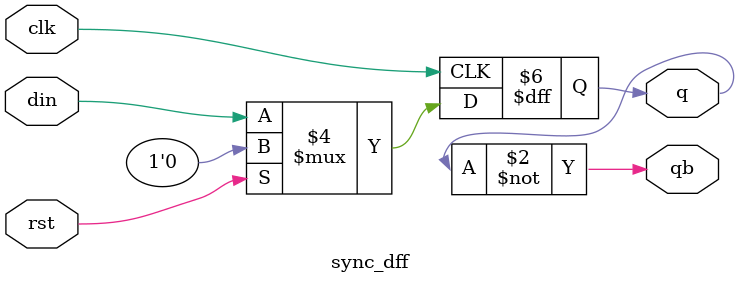
<source format=v>
module sync_dff(input clk,rst,din,
				output reg q, output qb);		
	always@(posedge clk)
		begin
			if(rst)
				q <= 1'b0;
			else
				q <= din;
		end
		
	assign qb = ~q;
endmodule


			
			
			
			

</source>
